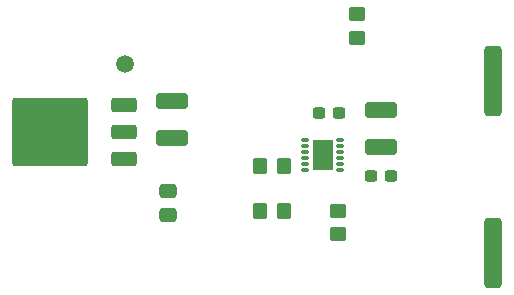
<source format=gbr>
%TF.GenerationSoftware,KiCad,Pcbnew,8.0.6*%
%TF.CreationDate,2025-03-30T17:41:47+02:00*%
%TF.ProjectId,vmc,766d632e-6b69-4636-9164-5f7063625858,rev?*%
%TF.SameCoordinates,Original*%
%TF.FileFunction,Soldermask,Bot*%
%TF.FilePolarity,Negative*%
%FSLAX46Y46*%
G04 Gerber Fmt 4.6, Leading zero omitted, Abs format (unit mm)*
G04 Created by KiCad (PCBNEW 8.0.6) date 2025-03-30 17:41:47*
%MOMM*%
%LPD*%
G01*
G04 APERTURE LIST*
G04 Aperture macros list*
%AMRoundRect*
0 Rectangle with rounded corners*
0 $1 Rounding radius*
0 $2 $3 $4 $5 $6 $7 $8 $9 X,Y pos of 4 corners*
0 Add a 4 corners polygon primitive as box body*
4,1,4,$2,$3,$4,$5,$6,$7,$8,$9,$2,$3,0*
0 Add four circle primitives for the rounded corners*
1,1,$1+$1,$2,$3*
1,1,$1+$1,$4,$5*
1,1,$1+$1,$6,$7*
1,1,$1+$1,$8,$9*
0 Add four rect primitives between the rounded corners*
20,1,$1+$1,$2,$3,$4,$5,0*
20,1,$1+$1,$4,$5,$6,$7,0*
20,1,$1+$1,$6,$7,$8,$9,0*
20,1,$1+$1,$8,$9,$2,$3,0*%
G04 Aperture macros list end*
%ADD10C,1.500000*%
%ADD11RoundRect,0.250000X0.850000X0.350000X-0.850000X0.350000X-0.850000X-0.350000X0.850000X-0.350000X0*%
%ADD12RoundRect,0.249997X2.950003X2.650003X-2.950003X2.650003X-2.950003X-2.650003X2.950003X-2.650003X0*%
%ADD13RoundRect,0.237500X-0.300000X-0.237500X0.300000X-0.237500X0.300000X0.237500X-0.300000X0.237500X0*%
%ADD14RoundRect,0.075000X-0.250000X-0.075000X0.250000X-0.075000X0.250000X0.075000X-0.250000X0.075000X0*%
%ADD15R,1.700000X2.500000*%
%ADD16RoundRect,0.250000X-1.100000X0.412500X-1.100000X-0.412500X1.100000X-0.412500X1.100000X0.412500X0*%
%ADD17RoundRect,0.250000X0.475000X-0.337500X0.475000X0.337500X-0.475000X0.337500X-0.475000X-0.337500X0*%
%ADD18RoundRect,0.250000X-0.350000X-0.450000X0.350000X-0.450000X0.350000X0.450000X-0.350000X0.450000X0*%
%ADD19RoundRect,0.375000X-0.375000X-2.625000X0.375000X-2.625000X0.375000X2.625000X-0.375000X2.625000X0*%
%ADD20RoundRect,0.250000X-0.450000X0.350000X-0.450000X-0.350000X0.450000X-0.350000X0.450000X0.350000X0*%
%ADD21RoundRect,0.250000X0.450000X-0.350000X0.450000X0.350000X-0.450000X0.350000X-0.450000X-0.350000X0*%
%ADD22RoundRect,0.250000X1.100000X-0.412500X1.100000X0.412500X-1.100000X0.412500X-1.100000X-0.412500X0*%
G04 APERTURE END LIST*
D10*
%TO.C,TP1*%
X111938000Y-58255000D03*
%TD*%
D11*
%TO.C,U5*%
X111912000Y-61795500D03*
X111912000Y-64075500D03*
D12*
X105612000Y-64075500D03*
D11*
X111912000Y-66355500D03*
%TD*%
D13*
%TO.C,C10*%
X128374000Y-62446000D03*
X130099000Y-62446000D03*
%TD*%
D14*
%TO.C,U6*%
X127208000Y-67262000D03*
X127208000Y-66762000D03*
X127208000Y-66262000D03*
X127208000Y-65762000D03*
X127208000Y-65262000D03*
X127208000Y-64762000D03*
X130158000Y-64762000D03*
X130158000Y-65262000D03*
X130158000Y-65762000D03*
X130158000Y-66262000D03*
X130158000Y-66762000D03*
X130158000Y-67262000D03*
D15*
X128683000Y-66012000D03*
%TD*%
D13*
%TO.C,C5*%
X132792500Y-67780000D03*
X134517500Y-67780000D03*
%TD*%
D16*
%TO.C,C8*%
X115979000Y-61408500D03*
X115979000Y-64533500D03*
%TD*%
D17*
%TO.C,C9*%
X115621000Y-71103500D03*
X115621000Y-69028500D03*
%TD*%
D18*
%TO.C,R10*%
X123384000Y-66891000D03*
X125384000Y-66891000D03*
%TD*%
%TO.C,R9*%
X123384000Y-70701000D03*
X125384000Y-70701000D03*
%TD*%
D19*
%TO.C,M1*%
X143100000Y-74250000D03*
X143100000Y-59750000D03*
%TD*%
D20*
%TO.C,R12*%
X129972000Y-70717000D03*
X129972000Y-72717000D03*
%TD*%
D21*
%TO.C,R11*%
X131623000Y-56080000D03*
X131623000Y-54080000D03*
%TD*%
D22*
%TO.C,C11*%
X133655000Y-65278500D03*
X133655000Y-62153500D03*
%TD*%
M02*

</source>
